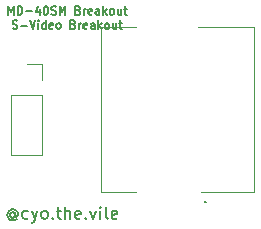
<source format=gbr>
%TF.GenerationSoftware,KiCad,Pcbnew,(5.1.9)-1*%
%TF.CreationDate,2021-04-04T18:43:18-05:00*%
%TF.ProjectId,S-VIDEO PCB Breakout Horizontal,532d5649-4445-44f2-9050-434220427265,rev?*%
%TF.SameCoordinates,Original*%
%TF.FileFunction,Legend,Top*%
%TF.FilePolarity,Positive*%
%FSLAX46Y46*%
G04 Gerber Fmt 4.6, Leading zero omitted, Abs format (unit mm)*
G04 Created by KiCad (PCBNEW (5.1.9)-1) date 2021-04-04 18:43:18*
%MOMM*%
%LPD*%
G01*
G04 APERTURE LIST*
%ADD10C,0.150000*%
%ADD11C,0.200000*%
%ADD12C,0.100000*%
%ADD13C,0.120000*%
G04 APERTURE END LIST*
D10*
X141290000Y-119456190D02*
X141242380Y-119408571D01*
X141147142Y-119360952D01*
X141051904Y-119360952D01*
X140956666Y-119408571D01*
X140909047Y-119456190D01*
X140861428Y-119551428D01*
X140861428Y-119646666D01*
X140909047Y-119741904D01*
X140956666Y-119789523D01*
X141051904Y-119837142D01*
X141147142Y-119837142D01*
X141242380Y-119789523D01*
X141290000Y-119741904D01*
X141290000Y-119360952D02*
X141290000Y-119741904D01*
X141337619Y-119789523D01*
X141385238Y-119789523D01*
X141480476Y-119741904D01*
X141528095Y-119646666D01*
X141528095Y-119408571D01*
X141432857Y-119265714D01*
X141290000Y-119170476D01*
X141099523Y-119122857D01*
X140909047Y-119170476D01*
X140766190Y-119265714D01*
X140670952Y-119408571D01*
X140623333Y-119599047D01*
X140670952Y-119789523D01*
X140766190Y-119932380D01*
X140909047Y-120027619D01*
X141099523Y-120075238D01*
X141290000Y-120027619D01*
X141432857Y-119932380D01*
X142385238Y-119884761D02*
X142290000Y-119932380D01*
X142099523Y-119932380D01*
X142004285Y-119884761D01*
X141956666Y-119837142D01*
X141909047Y-119741904D01*
X141909047Y-119456190D01*
X141956666Y-119360952D01*
X142004285Y-119313333D01*
X142099523Y-119265714D01*
X142290000Y-119265714D01*
X142385238Y-119313333D01*
X142718571Y-119265714D02*
X142956666Y-119932380D01*
X143194761Y-119265714D02*
X142956666Y-119932380D01*
X142861428Y-120170476D01*
X142813809Y-120218095D01*
X142718571Y-120265714D01*
X143718571Y-119932380D02*
X143623333Y-119884761D01*
X143575714Y-119837142D01*
X143528095Y-119741904D01*
X143528095Y-119456190D01*
X143575714Y-119360952D01*
X143623333Y-119313333D01*
X143718571Y-119265714D01*
X143861428Y-119265714D01*
X143956666Y-119313333D01*
X144004285Y-119360952D01*
X144051904Y-119456190D01*
X144051904Y-119741904D01*
X144004285Y-119837142D01*
X143956666Y-119884761D01*
X143861428Y-119932380D01*
X143718571Y-119932380D01*
X144480476Y-119837142D02*
X144528095Y-119884761D01*
X144480476Y-119932380D01*
X144432857Y-119884761D01*
X144480476Y-119837142D01*
X144480476Y-119932380D01*
X144813809Y-119265714D02*
X145194761Y-119265714D01*
X144956666Y-118932380D02*
X144956666Y-119789523D01*
X145004285Y-119884761D01*
X145099523Y-119932380D01*
X145194761Y-119932380D01*
X145528095Y-119932380D02*
X145528095Y-118932380D01*
X145956666Y-119932380D02*
X145956666Y-119408571D01*
X145909047Y-119313333D01*
X145813809Y-119265714D01*
X145670952Y-119265714D01*
X145575714Y-119313333D01*
X145528095Y-119360952D01*
X146813809Y-119884761D02*
X146718571Y-119932380D01*
X146528095Y-119932380D01*
X146432857Y-119884761D01*
X146385238Y-119789523D01*
X146385238Y-119408571D01*
X146432857Y-119313333D01*
X146528095Y-119265714D01*
X146718571Y-119265714D01*
X146813809Y-119313333D01*
X146861428Y-119408571D01*
X146861428Y-119503809D01*
X146385238Y-119599047D01*
X147290000Y-119837142D02*
X147337619Y-119884761D01*
X147290000Y-119932380D01*
X147242380Y-119884761D01*
X147290000Y-119837142D01*
X147290000Y-119932380D01*
X147670952Y-119265714D02*
X147909047Y-119932380D01*
X148147142Y-119265714D01*
X148528095Y-119932380D02*
X148528095Y-119265714D01*
X148528095Y-118932380D02*
X148480476Y-118980000D01*
X148528095Y-119027619D01*
X148575714Y-118980000D01*
X148528095Y-118932380D01*
X148528095Y-119027619D01*
X149147142Y-119932380D02*
X149051904Y-119884761D01*
X149004285Y-119789523D01*
X149004285Y-118932380D01*
X149909047Y-119884761D02*
X149813809Y-119932380D01*
X149623333Y-119932380D01*
X149528095Y-119884761D01*
X149480476Y-119789523D01*
X149480476Y-119408571D01*
X149528095Y-119313333D01*
X149623333Y-119265714D01*
X149813809Y-119265714D01*
X149909047Y-119313333D01*
X149956666Y-119408571D01*
X149956666Y-119503809D01*
X149480476Y-119599047D01*
X140706666Y-102646666D02*
X140706666Y-101946666D01*
X140940000Y-102446666D01*
X141173333Y-101946666D01*
X141173333Y-102646666D01*
X141506666Y-102646666D02*
X141506666Y-101946666D01*
X141673333Y-101946666D01*
X141773333Y-101980000D01*
X141840000Y-102046666D01*
X141873333Y-102113333D01*
X141906666Y-102246666D01*
X141906666Y-102346666D01*
X141873333Y-102480000D01*
X141840000Y-102546666D01*
X141773333Y-102613333D01*
X141673333Y-102646666D01*
X141506666Y-102646666D01*
X142206666Y-102380000D02*
X142740000Y-102380000D01*
X143373333Y-102180000D02*
X143373333Y-102646666D01*
X143206666Y-101913333D02*
X143040000Y-102413333D01*
X143473333Y-102413333D01*
X143873333Y-101946666D02*
X143940000Y-101946666D01*
X144006666Y-101980000D01*
X144040000Y-102013333D01*
X144073333Y-102080000D01*
X144106666Y-102213333D01*
X144106666Y-102380000D01*
X144073333Y-102513333D01*
X144040000Y-102580000D01*
X144006666Y-102613333D01*
X143940000Y-102646666D01*
X143873333Y-102646666D01*
X143806666Y-102613333D01*
X143773333Y-102580000D01*
X143740000Y-102513333D01*
X143706666Y-102380000D01*
X143706666Y-102213333D01*
X143740000Y-102080000D01*
X143773333Y-102013333D01*
X143806666Y-101980000D01*
X143873333Y-101946666D01*
X144373333Y-102613333D02*
X144473333Y-102646666D01*
X144640000Y-102646666D01*
X144706666Y-102613333D01*
X144740000Y-102580000D01*
X144773333Y-102513333D01*
X144773333Y-102446666D01*
X144740000Y-102380000D01*
X144706666Y-102346666D01*
X144640000Y-102313333D01*
X144506666Y-102280000D01*
X144440000Y-102246666D01*
X144406666Y-102213333D01*
X144373333Y-102146666D01*
X144373333Y-102080000D01*
X144406666Y-102013333D01*
X144440000Y-101980000D01*
X144506666Y-101946666D01*
X144673333Y-101946666D01*
X144773333Y-101980000D01*
X145073333Y-102646666D02*
X145073333Y-101946666D01*
X145306666Y-102446666D01*
X145540000Y-101946666D01*
X145540000Y-102646666D01*
X146640000Y-102280000D02*
X146740000Y-102313333D01*
X146773333Y-102346666D01*
X146806666Y-102413333D01*
X146806666Y-102513333D01*
X146773333Y-102580000D01*
X146740000Y-102613333D01*
X146673333Y-102646666D01*
X146406666Y-102646666D01*
X146406666Y-101946666D01*
X146640000Y-101946666D01*
X146706666Y-101980000D01*
X146740000Y-102013333D01*
X146773333Y-102080000D01*
X146773333Y-102146666D01*
X146740000Y-102213333D01*
X146706666Y-102246666D01*
X146640000Y-102280000D01*
X146406666Y-102280000D01*
X147106666Y-102646666D02*
X147106666Y-102180000D01*
X147106666Y-102313333D02*
X147140000Y-102246666D01*
X147173333Y-102213333D01*
X147240000Y-102180000D01*
X147306666Y-102180000D01*
X147806666Y-102613333D02*
X147740000Y-102646666D01*
X147606666Y-102646666D01*
X147540000Y-102613333D01*
X147506666Y-102546666D01*
X147506666Y-102280000D01*
X147540000Y-102213333D01*
X147606666Y-102180000D01*
X147740000Y-102180000D01*
X147806666Y-102213333D01*
X147840000Y-102280000D01*
X147840000Y-102346666D01*
X147506666Y-102413333D01*
X148440000Y-102646666D02*
X148440000Y-102280000D01*
X148406666Y-102213333D01*
X148340000Y-102180000D01*
X148206666Y-102180000D01*
X148140000Y-102213333D01*
X148440000Y-102613333D02*
X148373333Y-102646666D01*
X148206666Y-102646666D01*
X148140000Y-102613333D01*
X148106666Y-102546666D01*
X148106666Y-102480000D01*
X148140000Y-102413333D01*
X148206666Y-102380000D01*
X148373333Y-102380000D01*
X148440000Y-102346666D01*
X148773333Y-102646666D02*
X148773333Y-101946666D01*
X148840000Y-102380000D02*
X149040000Y-102646666D01*
X149040000Y-102180000D02*
X148773333Y-102446666D01*
X149440000Y-102646666D02*
X149373333Y-102613333D01*
X149340000Y-102580000D01*
X149306666Y-102513333D01*
X149306666Y-102313333D01*
X149340000Y-102246666D01*
X149373333Y-102213333D01*
X149440000Y-102180000D01*
X149540000Y-102180000D01*
X149606666Y-102213333D01*
X149640000Y-102246666D01*
X149673333Y-102313333D01*
X149673333Y-102513333D01*
X149640000Y-102580000D01*
X149606666Y-102613333D01*
X149540000Y-102646666D01*
X149440000Y-102646666D01*
X150273333Y-102180000D02*
X150273333Y-102646666D01*
X149973333Y-102180000D02*
X149973333Y-102546666D01*
X150006666Y-102613333D01*
X150073333Y-102646666D01*
X150173333Y-102646666D01*
X150240000Y-102613333D01*
X150273333Y-102580000D01*
X150506666Y-102180000D02*
X150773333Y-102180000D01*
X150606666Y-101946666D02*
X150606666Y-102546666D01*
X150640000Y-102613333D01*
X150706666Y-102646666D01*
X150773333Y-102646666D01*
X141090000Y-103813333D02*
X141190000Y-103846666D01*
X141356666Y-103846666D01*
X141423333Y-103813333D01*
X141456666Y-103780000D01*
X141490000Y-103713333D01*
X141490000Y-103646666D01*
X141456666Y-103580000D01*
X141423333Y-103546666D01*
X141356666Y-103513333D01*
X141223333Y-103480000D01*
X141156666Y-103446666D01*
X141123333Y-103413333D01*
X141090000Y-103346666D01*
X141090000Y-103280000D01*
X141123333Y-103213333D01*
X141156666Y-103180000D01*
X141223333Y-103146666D01*
X141390000Y-103146666D01*
X141490000Y-103180000D01*
X141790000Y-103580000D02*
X142323333Y-103580000D01*
X142556666Y-103146666D02*
X142790000Y-103846666D01*
X143023333Y-103146666D01*
X143256666Y-103846666D02*
X143256666Y-103380000D01*
X143256666Y-103146666D02*
X143223333Y-103180000D01*
X143256666Y-103213333D01*
X143290000Y-103180000D01*
X143256666Y-103146666D01*
X143256666Y-103213333D01*
X143890000Y-103846666D02*
X143890000Y-103146666D01*
X143890000Y-103813333D02*
X143823333Y-103846666D01*
X143690000Y-103846666D01*
X143623333Y-103813333D01*
X143590000Y-103780000D01*
X143556666Y-103713333D01*
X143556666Y-103513333D01*
X143590000Y-103446666D01*
X143623333Y-103413333D01*
X143690000Y-103380000D01*
X143823333Y-103380000D01*
X143890000Y-103413333D01*
X144490000Y-103813333D02*
X144423333Y-103846666D01*
X144290000Y-103846666D01*
X144223333Y-103813333D01*
X144190000Y-103746666D01*
X144190000Y-103480000D01*
X144223333Y-103413333D01*
X144290000Y-103380000D01*
X144423333Y-103380000D01*
X144490000Y-103413333D01*
X144523333Y-103480000D01*
X144523333Y-103546666D01*
X144190000Y-103613333D01*
X144923333Y-103846666D02*
X144856666Y-103813333D01*
X144823333Y-103780000D01*
X144790000Y-103713333D01*
X144790000Y-103513333D01*
X144823333Y-103446666D01*
X144856666Y-103413333D01*
X144923333Y-103380000D01*
X145023333Y-103380000D01*
X145090000Y-103413333D01*
X145123333Y-103446666D01*
X145156666Y-103513333D01*
X145156666Y-103713333D01*
X145123333Y-103780000D01*
X145090000Y-103813333D01*
X145023333Y-103846666D01*
X144923333Y-103846666D01*
X146223333Y-103480000D02*
X146323333Y-103513333D01*
X146356666Y-103546666D01*
X146390000Y-103613333D01*
X146390000Y-103713333D01*
X146356666Y-103780000D01*
X146323333Y-103813333D01*
X146256666Y-103846666D01*
X145990000Y-103846666D01*
X145990000Y-103146666D01*
X146223333Y-103146666D01*
X146290000Y-103180000D01*
X146323333Y-103213333D01*
X146356666Y-103280000D01*
X146356666Y-103346666D01*
X146323333Y-103413333D01*
X146290000Y-103446666D01*
X146223333Y-103480000D01*
X145990000Y-103480000D01*
X146690000Y-103846666D02*
X146690000Y-103380000D01*
X146690000Y-103513333D02*
X146723333Y-103446666D01*
X146756666Y-103413333D01*
X146823333Y-103380000D01*
X146890000Y-103380000D01*
X147390000Y-103813333D02*
X147323333Y-103846666D01*
X147190000Y-103846666D01*
X147123333Y-103813333D01*
X147090000Y-103746666D01*
X147090000Y-103480000D01*
X147123333Y-103413333D01*
X147190000Y-103380000D01*
X147323333Y-103380000D01*
X147390000Y-103413333D01*
X147423333Y-103480000D01*
X147423333Y-103546666D01*
X147090000Y-103613333D01*
X148023333Y-103846666D02*
X148023333Y-103480000D01*
X147990000Y-103413333D01*
X147923333Y-103380000D01*
X147790000Y-103380000D01*
X147723333Y-103413333D01*
X148023333Y-103813333D02*
X147956666Y-103846666D01*
X147790000Y-103846666D01*
X147723333Y-103813333D01*
X147690000Y-103746666D01*
X147690000Y-103680000D01*
X147723333Y-103613333D01*
X147790000Y-103580000D01*
X147956666Y-103580000D01*
X148023333Y-103546666D01*
X148356666Y-103846666D02*
X148356666Y-103146666D01*
X148423333Y-103580000D02*
X148623333Y-103846666D01*
X148623333Y-103380000D02*
X148356666Y-103646666D01*
X149023333Y-103846666D02*
X148956666Y-103813333D01*
X148923333Y-103780000D01*
X148890000Y-103713333D01*
X148890000Y-103513333D01*
X148923333Y-103446666D01*
X148956666Y-103413333D01*
X149023333Y-103380000D01*
X149123333Y-103380000D01*
X149190000Y-103413333D01*
X149223333Y-103446666D01*
X149256666Y-103513333D01*
X149256666Y-103713333D01*
X149223333Y-103780000D01*
X149190000Y-103813333D01*
X149123333Y-103846666D01*
X149023333Y-103846666D01*
X149856666Y-103380000D02*
X149856666Y-103846666D01*
X149556666Y-103380000D02*
X149556666Y-103746666D01*
X149590000Y-103813333D01*
X149656666Y-103846666D01*
X149756666Y-103846666D01*
X149823333Y-103813333D01*
X149856666Y-103780000D01*
X150090000Y-103380000D02*
X150356666Y-103380000D01*
X150190000Y-103146666D02*
X150190000Y-103746666D01*
X150223333Y-103813333D01*
X150290000Y-103846666D01*
X150356666Y-103846666D01*
D11*
%TO.C,J1*%
X157450000Y-118510000D02*
X157450000Y-118510000D01*
X157350000Y-118510000D02*
X157350000Y-118510000D01*
X157450000Y-118510000D02*
X157450000Y-118510000D01*
D12*
X157050000Y-117710000D02*
X161550000Y-117710000D01*
X157050000Y-117710000D02*
X157050000Y-117710000D01*
X161550000Y-117710000D02*
X157050000Y-117710000D01*
X161550000Y-117710000D02*
X161550000Y-117710000D01*
X161550000Y-103710000D02*
X161550000Y-103710000D01*
X161550000Y-117710000D02*
X161550000Y-103710000D01*
X161550000Y-117710000D02*
X161550000Y-117710000D01*
X161550000Y-103710000D02*
X161550000Y-117710000D01*
X161550000Y-103710000D02*
X156800000Y-103710000D01*
X161550000Y-103710000D02*
X161550000Y-103710000D01*
X156800000Y-103710000D02*
X161550000Y-103710000D01*
X156800000Y-103710000D02*
X156800000Y-103710000D01*
X151550000Y-103710000D02*
X148550000Y-103710000D01*
X151550000Y-103710000D02*
X151550000Y-103710000D01*
X148550000Y-103710000D02*
X151550000Y-103710000D01*
X148550000Y-103710000D02*
X148550000Y-103710000D01*
X148550000Y-117710000D02*
X148550000Y-117710000D01*
X148550000Y-103710000D02*
X148550000Y-117710000D01*
X148550000Y-103710000D02*
X148550000Y-103710000D01*
X148550000Y-117710000D02*
X148550000Y-103710000D01*
X148550000Y-117710000D02*
X151550000Y-117710000D01*
X148550000Y-117710000D02*
X148550000Y-117710000D01*
X151550000Y-117710000D02*
X148550000Y-117710000D01*
X151550000Y-117710000D02*
X151550000Y-117710000D01*
D11*
X157350000Y-118510000D02*
G75*
G02*
X157450000Y-118510000I50000J0D01*
G01*
X157450000Y-118510000D02*
G75*
G02*
X157350000Y-118510000I-50000J0D01*
G01*
X157350000Y-118510000D02*
G75*
G02*
X157450000Y-118510000I50000J0D01*
G01*
D13*
%TO.C,J2*%
X140950000Y-109420000D02*
X143610000Y-109420000D01*
X140950000Y-109420000D02*
X140950000Y-114560000D01*
X140950000Y-114560000D02*
X143610000Y-114560000D01*
X143610000Y-109420000D02*
X143610000Y-114560000D01*
X143610000Y-106820000D02*
X143610000Y-108150000D01*
X142280000Y-106820000D02*
X143610000Y-106820000D01*
%TD*%
M02*

</source>
